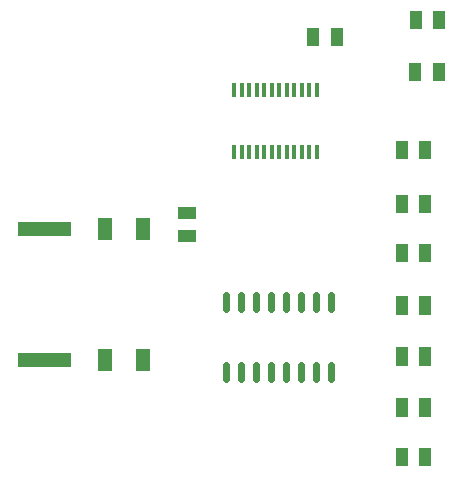
<source format=gtp>
G04 Layer: TopPasteMaskLayer*
G04 EasyEDA v6.4.5, 2020-09-10T22:57:59+08:00*
G04 36a55f9fcc144517bb6f4fc5ac697fe8,26442c311dbe4305b3cc573dcfb82818,10*
G04 Gerber Generator version 0.2*
G04 Scale: 100 percent, Rotated: No, Reflected: No *
G04 Dimensions in millimeters *
G04 leading zeros omitted , absolute positions ,3 integer and 3 decimal *
%FSLAX33Y33*%
%MOMM*%
G90*
G71D02*

%ADD14C,0.599999*%
%ADD16R,0.999998X1.550010*%
%ADD17R,1.199998X1.899996*%
%ADD19R,1.550010X0.999998*%
%ADD20R,0.399999X1.199998*%

%LPD*%
G54D14*
G01X27559Y18373D02*
G01X27559Y19573D01*
G01X26289Y18373D02*
G01X26289Y19573D01*
G01X25019Y18373D02*
G01X25019Y19573D01*
G01X23749Y18373D02*
G01X23749Y19573D01*
G01X22479Y18373D02*
G01X22479Y19573D01*
G01X21209Y18373D02*
G01X21209Y19573D01*
G01X19939Y18373D02*
G01X19939Y19573D01*
G01X18669Y18373D02*
G01X18669Y19573D01*
G01X27559Y12430D02*
G01X27559Y13630D01*
G01X26289Y12430D02*
G01X26289Y13630D01*
G01X25019Y12430D02*
G01X25019Y13630D01*
G01X23749Y12430D02*
G01X23749Y13630D01*
G01X22479Y12430D02*
G01X22479Y13630D01*
G01X21209Y12430D02*
G01X21209Y13630D01*
G01X19939Y12430D02*
G01X19939Y13630D01*
G01X18669Y12430D02*
G01X18669Y13630D01*
G54D16*
G01X33544Y31877D03*
G01X35543Y31877D03*
G01X34714Y42809D03*
G01X36714Y42809D03*
G01X34687Y38481D03*
G01X36686Y38481D03*
G36*
G01X35043Y19444D02*
G01X36043Y19444D01*
G01X36043Y17893D01*
G01X35043Y17893D01*
G01X35043Y19444D01*
G37*
G36*
G01X33044Y19444D02*
G01X34044Y19444D01*
G01X34044Y17893D01*
G01X33044Y17893D01*
G01X33044Y19444D01*
G37*
G36*
G01X35043Y15126D02*
G01X36043Y15126D01*
G01X36043Y13575D01*
G01X35043Y13575D01*
G01X35043Y15126D01*
G37*
G36*
G01X33044Y15126D02*
G01X34044Y15126D01*
G01X34044Y13575D01*
G01X33044Y13575D01*
G01X33044Y15126D01*
G37*
G36*
G01X35043Y10808D02*
G01X36043Y10808D01*
G01X36043Y9257D01*
G01X35043Y9257D01*
G01X35043Y10808D01*
G37*
G36*
G01X33044Y10808D02*
G01X34044Y10808D01*
G01X34044Y9257D01*
G01X33044Y9257D01*
G01X33044Y10808D01*
G37*
G36*
G01X33044Y6617D02*
G01X34044Y6617D01*
G01X34044Y5066D01*
G01X33044Y5066D01*
G01X33044Y6617D01*
G37*
G36*
G01X35043Y6617D02*
G01X36043Y6617D01*
G01X36043Y5066D01*
G01X35043Y5066D01*
G01X35043Y6617D01*
G37*
G01X28050Y41402D03*
G01X26051Y41402D03*
G54D17*
G01X11632Y25146D03*
G01X8432Y25146D03*
G01X11632Y14097D03*
G01X8432Y14097D03*
G36*
G01X1054Y25742D02*
G01X5549Y25742D01*
G01X5549Y24549D01*
G01X1054Y24549D01*
G01X1054Y25742D01*
G37*
G36*
G01X1054Y14693D02*
G01X5549Y14693D01*
G01X5549Y13500D01*
G01X1054Y13500D01*
G01X1054Y14693D01*
G37*
G54D19*
G01X15367Y26526D03*
G01X15367Y24527D03*
G54D16*
G01X35543Y23114D03*
G01X33544Y23114D03*
G01X35543Y27305D03*
G01X33544Y27305D03*
G54D20*
G01X19367Y31690D03*
G01X20002Y31690D03*
G01X20637Y31690D03*
G01X21272Y31690D03*
G01X21907Y31690D03*
G01X22542Y31690D03*
G01X23177Y31690D03*
G01X23812Y31690D03*
G01X24447Y31690D03*
G01X25082Y31690D03*
G01X25717Y31690D03*
G01X26352Y31690D03*
G01X26352Y36889D03*
G01X25717Y36889D03*
G01X25082Y36889D03*
G01X24447Y36889D03*
G01X23812Y36889D03*
G01X23177Y36889D03*
G01X22542Y36889D03*
G01X21907Y36889D03*
G01X21272Y36889D03*
G01X20637Y36889D03*
G01X20002Y36889D03*
G01X19367Y36889D03*
M00*
M02*

</source>
